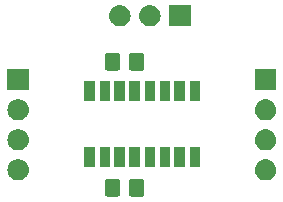
<source format=gbr>
G04 #@! TF.GenerationSoftware,KiCad,Pcbnew,(5.0.2)-1*
G04 #@! TF.CreationDate,2019-08-11T23:38:39-04:00*
G04 #@! TF.ProjectId,LT1356,4c543133-3536-42e6-9b69-6361645f7063,rev?*
G04 #@! TF.SameCoordinates,Original*
G04 #@! TF.FileFunction,Soldermask,Top*
G04 #@! TF.FilePolarity,Negative*
%FSLAX46Y46*%
G04 Gerber Fmt 4.6, Leading zero omitted, Abs format (unit mm)*
G04 Created by KiCad (PCBNEW (5.0.2)-1) date 8/11/2019 11:38:39 PM*
%MOMM*%
%LPD*%
G01*
G04 APERTURE LIST*
%ADD10C,0.100000*%
G04 APERTURE END LIST*
D10*
G36*
X122900677Y-89931465D02*
X122938364Y-89942898D01*
X122973103Y-89961466D01*
X123003548Y-89986452D01*
X123028534Y-90016897D01*
X123047102Y-90051636D01*
X123058535Y-90089323D01*
X123063000Y-90134661D01*
X123063000Y-91221339D01*
X123058535Y-91266677D01*
X123047102Y-91304364D01*
X123028534Y-91339103D01*
X123003548Y-91369548D01*
X122973103Y-91394534D01*
X122938364Y-91413102D01*
X122900677Y-91424535D01*
X122855339Y-91429000D01*
X122018661Y-91429000D01*
X121973323Y-91424535D01*
X121935636Y-91413102D01*
X121900897Y-91394534D01*
X121870452Y-91369548D01*
X121845466Y-91339103D01*
X121826898Y-91304364D01*
X121815465Y-91266677D01*
X121811000Y-91221339D01*
X121811000Y-90134661D01*
X121815465Y-90089323D01*
X121826898Y-90051636D01*
X121845466Y-90016897D01*
X121870452Y-89986452D01*
X121900897Y-89961466D01*
X121935636Y-89942898D01*
X121973323Y-89931465D01*
X122018661Y-89927000D01*
X122855339Y-89927000D01*
X122900677Y-89931465D01*
X122900677Y-89931465D01*
G37*
G36*
X120850677Y-89931465D02*
X120888364Y-89942898D01*
X120923103Y-89961466D01*
X120953548Y-89986452D01*
X120978534Y-90016897D01*
X120997102Y-90051636D01*
X121008535Y-90089323D01*
X121013000Y-90134661D01*
X121013000Y-91221339D01*
X121008535Y-91266677D01*
X120997102Y-91304364D01*
X120978534Y-91339103D01*
X120953548Y-91369548D01*
X120923103Y-91394534D01*
X120888364Y-91413102D01*
X120850677Y-91424535D01*
X120805339Y-91429000D01*
X119968661Y-91429000D01*
X119923323Y-91424535D01*
X119885636Y-91413102D01*
X119850897Y-91394534D01*
X119820452Y-91369548D01*
X119795466Y-91339103D01*
X119776898Y-91304364D01*
X119765465Y-91266677D01*
X119761000Y-91221339D01*
X119761000Y-90134661D01*
X119765465Y-90089323D01*
X119776898Y-90051636D01*
X119795466Y-90016897D01*
X119820452Y-89986452D01*
X119850897Y-89961466D01*
X119885636Y-89942898D01*
X119923323Y-89931465D01*
X119968661Y-89927000D01*
X120805339Y-89927000D01*
X120850677Y-89931465D01*
X120850677Y-89931465D01*
G37*
G36*
X133460443Y-88259519D02*
X133526627Y-88266037D01*
X133639853Y-88300384D01*
X133696467Y-88317557D01*
X133835087Y-88391652D01*
X133852991Y-88401222D01*
X133888729Y-88430552D01*
X133990186Y-88513814D01*
X134073448Y-88615271D01*
X134102778Y-88651009D01*
X134102779Y-88651011D01*
X134186443Y-88807533D01*
X134186443Y-88807534D01*
X134237963Y-88977373D01*
X134255359Y-89154000D01*
X134237963Y-89330627D01*
X134203616Y-89443853D01*
X134186443Y-89500467D01*
X134112348Y-89639087D01*
X134102778Y-89656991D01*
X134073448Y-89692729D01*
X133990186Y-89794186D01*
X133888729Y-89877448D01*
X133852991Y-89906778D01*
X133852989Y-89906779D01*
X133696467Y-89990443D01*
X133642814Y-90006718D01*
X133526627Y-90041963D01*
X133465717Y-90047962D01*
X133394260Y-90055000D01*
X133305740Y-90055000D01*
X133234283Y-90047962D01*
X133173373Y-90041963D01*
X133057186Y-90006718D01*
X133003533Y-89990443D01*
X132847011Y-89906779D01*
X132847009Y-89906778D01*
X132811271Y-89877448D01*
X132709814Y-89794186D01*
X132626552Y-89692729D01*
X132597222Y-89656991D01*
X132587652Y-89639087D01*
X132513557Y-89500467D01*
X132496384Y-89443853D01*
X132462037Y-89330627D01*
X132444641Y-89154000D01*
X132462037Y-88977373D01*
X132513557Y-88807534D01*
X132513557Y-88807533D01*
X132597221Y-88651011D01*
X132597222Y-88651009D01*
X132626552Y-88615271D01*
X132709814Y-88513814D01*
X132811271Y-88430552D01*
X132847009Y-88401222D01*
X132864913Y-88391652D01*
X133003533Y-88317557D01*
X133060147Y-88300384D01*
X133173373Y-88266037D01*
X133239557Y-88259519D01*
X133305740Y-88253000D01*
X133394260Y-88253000D01*
X133460443Y-88259519D01*
X133460443Y-88259519D01*
G37*
G36*
X112505443Y-88259519D02*
X112571627Y-88266037D01*
X112684853Y-88300384D01*
X112741467Y-88317557D01*
X112880087Y-88391652D01*
X112897991Y-88401222D01*
X112933729Y-88430552D01*
X113035186Y-88513814D01*
X113118448Y-88615271D01*
X113147778Y-88651009D01*
X113147779Y-88651011D01*
X113231443Y-88807533D01*
X113231443Y-88807534D01*
X113282963Y-88977373D01*
X113300359Y-89154000D01*
X113282963Y-89330627D01*
X113248616Y-89443853D01*
X113231443Y-89500467D01*
X113157348Y-89639087D01*
X113147778Y-89656991D01*
X113118448Y-89692729D01*
X113035186Y-89794186D01*
X112933729Y-89877448D01*
X112897991Y-89906778D01*
X112897989Y-89906779D01*
X112741467Y-89990443D01*
X112687814Y-90006718D01*
X112571627Y-90041963D01*
X112510717Y-90047962D01*
X112439260Y-90055000D01*
X112350740Y-90055000D01*
X112279283Y-90047962D01*
X112218373Y-90041963D01*
X112102186Y-90006718D01*
X112048533Y-89990443D01*
X111892011Y-89906779D01*
X111892009Y-89906778D01*
X111856271Y-89877448D01*
X111754814Y-89794186D01*
X111671552Y-89692729D01*
X111642222Y-89656991D01*
X111632652Y-89639087D01*
X111558557Y-89500467D01*
X111541384Y-89443853D01*
X111507037Y-89330627D01*
X111489641Y-89154000D01*
X111507037Y-88977373D01*
X111558557Y-88807534D01*
X111558557Y-88807533D01*
X111642221Y-88651011D01*
X111642222Y-88651009D01*
X111671552Y-88615271D01*
X111754814Y-88513814D01*
X111856271Y-88430552D01*
X111892009Y-88401222D01*
X111909913Y-88391652D01*
X112048533Y-88317557D01*
X112105147Y-88300384D01*
X112218373Y-88266037D01*
X112284557Y-88259519D01*
X112350740Y-88253000D01*
X112439260Y-88253000D01*
X112505443Y-88259519D01*
X112505443Y-88259519D01*
G37*
G36*
X127820569Y-88956565D02*
X126918569Y-88956565D01*
X126918569Y-87254565D01*
X127820569Y-87254565D01*
X127820569Y-88956565D01*
X127820569Y-88956565D01*
G37*
G36*
X120200569Y-88956565D02*
X119298569Y-88956565D01*
X119298569Y-87254565D01*
X120200569Y-87254565D01*
X120200569Y-88956565D01*
X120200569Y-88956565D01*
G37*
G36*
X118920569Y-88956565D02*
X118018569Y-88956565D01*
X118018569Y-87254565D01*
X118920569Y-87254565D01*
X118920569Y-88956565D01*
X118920569Y-88956565D01*
G37*
G36*
X121460569Y-88956565D02*
X120558569Y-88956565D01*
X120558569Y-87254565D01*
X121460569Y-87254565D01*
X121460569Y-88956565D01*
X121460569Y-88956565D01*
G37*
G36*
X122730569Y-88956565D02*
X121828569Y-88956565D01*
X121828569Y-87254565D01*
X122730569Y-87254565D01*
X122730569Y-88956565D01*
X122730569Y-88956565D01*
G37*
G36*
X124010569Y-88956565D02*
X123108569Y-88956565D01*
X123108569Y-87254565D01*
X124010569Y-87254565D01*
X124010569Y-88956565D01*
X124010569Y-88956565D01*
G37*
G36*
X125280569Y-88956565D02*
X124378569Y-88956565D01*
X124378569Y-87254565D01*
X125280569Y-87254565D01*
X125280569Y-88956565D01*
X125280569Y-88956565D01*
G37*
G36*
X126540569Y-88956565D02*
X125638569Y-88956565D01*
X125638569Y-87254565D01*
X126540569Y-87254565D01*
X126540569Y-88956565D01*
X126540569Y-88956565D01*
G37*
G36*
X112505443Y-85719519D02*
X112571627Y-85726037D01*
X112684853Y-85760384D01*
X112741467Y-85777557D01*
X112880087Y-85851652D01*
X112897991Y-85861222D01*
X112933729Y-85890552D01*
X113035186Y-85973814D01*
X113118448Y-86075271D01*
X113147778Y-86111009D01*
X113147779Y-86111011D01*
X113231443Y-86267533D01*
X113231443Y-86267534D01*
X113282963Y-86437373D01*
X113300359Y-86614000D01*
X113282963Y-86790627D01*
X113248616Y-86903853D01*
X113231443Y-86960467D01*
X113157348Y-87099087D01*
X113147778Y-87116991D01*
X113118448Y-87152729D01*
X113035186Y-87254186D01*
X112933729Y-87337448D01*
X112897991Y-87366778D01*
X112897989Y-87366779D01*
X112741467Y-87450443D01*
X112684853Y-87467616D01*
X112571627Y-87501963D01*
X112505443Y-87508481D01*
X112439260Y-87515000D01*
X112350740Y-87515000D01*
X112284557Y-87508481D01*
X112218373Y-87501963D01*
X112105147Y-87467616D01*
X112048533Y-87450443D01*
X111892011Y-87366779D01*
X111892009Y-87366778D01*
X111856271Y-87337448D01*
X111754814Y-87254186D01*
X111671552Y-87152729D01*
X111642222Y-87116991D01*
X111632652Y-87099087D01*
X111558557Y-86960467D01*
X111541384Y-86903853D01*
X111507037Y-86790627D01*
X111489641Y-86614000D01*
X111507037Y-86437373D01*
X111558557Y-86267534D01*
X111558557Y-86267533D01*
X111642221Y-86111011D01*
X111642222Y-86111009D01*
X111671552Y-86075271D01*
X111754814Y-85973814D01*
X111856271Y-85890552D01*
X111892009Y-85861222D01*
X111909913Y-85851652D01*
X112048533Y-85777557D01*
X112105147Y-85760384D01*
X112218373Y-85726037D01*
X112284557Y-85719519D01*
X112350740Y-85713000D01*
X112439260Y-85713000D01*
X112505443Y-85719519D01*
X112505443Y-85719519D01*
G37*
G36*
X133460443Y-85719519D02*
X133526627Y-85726037D01*
X133639853Y-85760384D01*
X133696467Y-85777557D01*
X133835087Y-85851652D01*
X133852991Y-85861222D01*
X133888729Y-85890552D01*
X133990186Y-85973814D01*
X134073448Y-86075271D01*
X134102778Y-86111009D01*
X134102779Y-86111011D01*
X134186443Y-86267533D01*
X134186443Y-86267534D01*
X134237963Y-86437373D01*
X134255359Y-86614000D01*
X134237963Y-86790627D01*
X134203616Y-86903853D01*
X134186443Y-86960467D01*
X134112348Y-87099087D01*
X134102778Y-87116991D01*
X134073448Y-87152729D01*
X133990186Y-87254186D01*
X133888729Y-87337448D01*
X133852991Y-87366778D01*
X133852989Y-87366779D01*
X133696467Y-87450443D01*
X133639853Y-87467616D01*
X133526627Y-87501963D01*
X133460443Y-87508481D01*
X133394260Y-87515000D01*
X133305740Y-87515000D01*
X133239557Y-87508481D01*
X133173373Y-87501963D01*
X133060147Y-87467616D01*
X133003533Y-87450443D01*
X132847011Y-87366779D01*
X132847009Y-87366778D01*
X132811271Y-87337448D01*
X132709814Y-87254186D01*
X132626552Y-87152729D01*
X132597222Y-87116991D01*
X132587652Y-87099087D01*
X132513557Y-86960467D01*
X132496384Y-86903853D01*
X132462037Y-86790627D01*
X132444641Y-86614000D01*
X132462037Y-86437373D01*
X132513557Y-86267534D01*
X132513557Y-86267533D01*
X132597221Y-86111011D01*
X132597222Y-86111009D01*
X132626552Y-86075271D01*
X132709814Y-85973814D01*
X132811271Y-85890552D01*
X132847009Y-85861222D01*
X132864913Y-85851652D01*
X133003533Y-85777557D01*
X133060147Y-85760384D01*
X133173373Y-85726037D01*
X133239557Y-85719519D01*
X133305740Y-85713000D01*
X133394260Y-85713000D01*
X133460443Y-85719519D01*
X133460443Y-85719519D01*
G37*
G36*
X112505442Y-83179518D02*
X112571627Y-83186037D01*
X112684853Y-83220384D01*
X112741467Y-83237557D01*
X112880087Y-83311652D01*
X112897991Y-83321222D01*
X112933729Y-83350552D01*
X113035186Y-83433814D01*
X113118448Y-83535271D01*
X113147778Y-83571009D01*
X113147779Y-83571011D01*
X113231443Y-83727533D01*
X113231443Y-83727534D01*
X113282963Y-83897373D01*
X113300359Y-84074000D01*
X113282963Y-84250627D01*
X113248616Y-84363853D01*
X113231443Y-84420467D01*
X113157348Y-84559087D01*
X113147778Y-84576991D01*
X113118448Y-84612729D01*
X113035186Y-84714186D01*
X112933729Y-84797448D01*
X112897991Y-84826778D01*
X112897989Y-84826779D01*
X112741467Y-84910443D01*
X112684853Y-84927616D01*
X112571627Y-84961963D01*
X112505442Y-84968482D01*
X112439260Y-84975000D01*
X112350740Y-84975000D01*
X112284558Y-84968482D01*
X112218373Y-84961963D01*
X112105147Y-84927616D01*
X112048533Y-84910443D01*
X111892011Y-84826779D01*
X111892009Y-84826778D01*
X111856271Y-84797448D01*
X111754814Y-84714186D01*
X111671552Y-84612729D01*
X111642222Y-84576991D01*
X111632652Y-84559087D01*
X111558557Y-84420467D01*
X111541384Y-84363853D01*
X111507037Y-84250627D01*
X111489641Y-84074000D01*
X111507037Y-83897373D01*
X111558557Y-83727534D01*
X111558557Y-83727533D01*
X111642221Y-83571011D01*
X111642222Y-83571009D01*
X111671552Y-83535271D01*
X111754814Y-83433814D01*
X111856271Y-83350552D01*
X111892009Y-83321222D01*
X111909913Y-83311652D01*
X112048533Y-83237557D01*
X112105147Y-83220384D01*
X112218373Y-83186037D01*
X112284558Y-83179518D01*
X112350740Y-83173000D01*
X112439260Y-83173000D01*
X112505442Y-83179518D01*
X112505442Y-83179518D01*
G37*
G36*
X133460442Y-83179518D02*
X133526627Y-83186037D01*
X133639853Y-83220384D01*
X133696467Y-83237557D01*
X133835087Y-83311652D01*
X133852991Y-83321222D01*
X133888729Y-83350552D01*
X133990186Y-83433814D01*
X134073448Y-83535271D01*
X134102778Y-83571009D01*
X134102779Y-83571011D01*
X134186443Y-83727533D01*
X134186443Y-83727534D01*
X134237963Y-83897373D01*
X134255359Y-84074000D01*
X134237963Y-84250627D01*
X134203616Y-84363853D01*
X134186443Y-84420467D01*
X134112348Y-84559087D01*
X134102778Y-84576991D01*
X134073448Y-84612729D01*
X133990186Y-84714186D01*
X133888729Y-84797448D01*
X133852991Y-84826778D01*
X133852989Y-84826779D01*
X133696467Y-84910443D01*
X133639853Y-84927616D01*
X133526627Y-84961963D01*
X133460442Y-84968482D01*
X133394260Y-84975000D01*
X133305740Y-84975000D01*
X133239558Y-84968482D01*
X133173373Y-84961963D01*
X133060147Y-84927616D01*
X133003533Y-84910443D01*
X132847011Y-84826779D01*
X132847009Y-84826778D01*
X132811271Y-84797448D01*
X132709814Y-84714186D01*
X132626552Y-84612729D01*
X132597222Y-84576991D01*
X132587652Y-84559087D01*
X132513557Y-84420467D01*
X132496384Y-84363853D01*
X132462037Y-84250627D01*
X132444641Y-84074000D01*
X132462037Y-83897373D01*
X132513557Y-83727534D01*
X132513557Y-83727533D01*
X132597221Y-83571011D01*
X132597222Y-83571009D01*
X132626552Y-83535271D01*
X132709814Y-83433814D01*
X132811271Y-83350552D01*
X132847009Y-83321222D01*
X132864913Y-83311652D01*
X133003533Y-83237557D01*
X133060147Y-83220384D01*
X133173373Y-83186037D01*
X133239558Y-83179518D01*
X133305740Y-83173000D01*
X133394260Y-83173000D01*
X133460442Y-83179518D01*
X133460442Y-83179518D01*
G37*
G36*
X125280569Y-83356565D02*
X124378569Y-83356565D01*
X124378569Y-81654565D01*
X125280569Y-81654565D01*
X125280569Y-83356565D01*
X125280569Y-83356565D01*
G37*
G36*
X124010569Y-83356565D02*
X123108569Y-83356565D01*
X123108569Y-81654565D01*
X124010569Y-81654565D01*
X124010569Y-83356565D01*
X124010569Y-83356565D01*
G37*
G36*
X118920569Y-83356565D02*
X118018569Y-83356565D01*
X118018569Y-81654565D01*
X118920569Y-81654565D01*
X118920569Y-83356565D01*
X118920569Y-83356565D01*
G37*
G36*
X120200569Y-83356565D02*
X119298569Y-83356565D01*
X119298569Y-81654565D01*
X120200569Y-81654565D01*
X120200569Y-83356565D01*
X120200569Y-83356565D01*
G37*
G36*
X121460569Y-83356565D02*
X120558569Y-83356565D01*
X120558569Y-81654565D01*
X121460569Y-81654565D01*
X121460569Y-83356565D01*
X121460569Y-83356565D01*
G37*
G36*
X122730569Y-83356565D02*
X121828569Y-83356565D01*
X121828569Y-81654565D01*
X122730569Y-81654565D01*
X122730569Y-83356565D01*
X122730569Y-83356565D01*
G37*
G36*
X126540569Y-83356565D02*
X125638569Y-83356565D01*
X125638569Y-81654565D01*
X126540569Y-81654565D01*
X126540569Y-83356565D01*
X126540569Y-83356565D01*
G37*
G36*
X127820569Y-83356565D02*
X126918569Y-83356565D01*
X126918569Y-81654565D01*
X127820569Y-81654565D01*
X127820569Y-83356565D01*
X127820569Y-83356565D01*
G37*
G36*
X113296000Y-82435000D02*
X111494000Y-82435000D01*
X111494000Y-80633000D01*
X113296000Y-80633000D01*
X113296000Y-82435000D01*
X113296000Y-82435000D01*
G37*
G36*
X134251000Y-82435000D02*
X132449000Y-82435000D01*
X132449000Y-80633000D01*
X134251000Y-80633000D01*
X134251000Y-82435000D01*
X134251000Y-82435000D01*
G37*
G36*
X120850677Y-79263465D02*
X120888364Y-79274898D01*
X120923103Y-79293466D01*
X120953548Y-79318452D01*
X120978534Y-79348897D01*
X120997102Y-79383636D01*
X121008535Y-79421323D01*
X121013000Y-79466661D01*
X121013000Y-80553339D01*
X121008535Y-80598677D01*
X120997102Y-80636364D01*
X120978534Y-80671103D01*
X120953548Y-80701548D01*
X120923103Y-80726534D01*
X120888364Y-80745102D01*
X120850677Y-80756535D01*
X120805339Y-80761000D01*
X119968661Y-80761000D01*
X119923323Y-80756535D01*
X119885636Y-80745102D01*
X119850897Y-80726534D01*
X119820452Y-80701548D01*
X119795466Y-80671103D01*
X119776898Y-80636364D01*
X119765465Y-80598677D01*
X119761000Y-80553339D01*
X119761000Y-79466661D01*
X119765465Y-79421323D01*
X119776898Y-79383636D01*
X119795466Y-79348897D01*
X119820452Y-79318452D01*
X119850897Y-79293466D01*
X119885636Y-79274898D01*
X119923323Y-79263465D01*
X119968661Y-79259000D01*
X120805339Y-79259000D01*
X120850677Y-79263465D01*
X120850677Y-79263465D01*
G37*
G36*
X122900677Y-79263465D02*
X122938364Y-79274898D01*
X122973103Y-79293466D01*
X123003548Y-79318452D01*
X123028534Y-79348897D01*
X123047102Y-79383636D01*
X123058535Y-79421323D01*
X123063000Y-79466661D01*
X123063000Y-80553339D01*
X123058535Y-80598677D01*
X123047102Y-80636364D01*
X123028534Y-80671103D01*
X123003548Y-80701548D01*
X122973103Y-80726534D01*
X122938364Y-80745102D01*
X122900677Y-80756535D01*
X122855339Y-80761000D01*
X122018661Y-80761000D01*
X121973323Y-80756535D01*
X121935636Y-80745102D01*
X121900897Y-80726534D01*
X121870452Y-80701548D01*
X121845466Y-80671103D01*
X121826898Y-80636364D01*
X121815465Y-80598677D01*
X121811000Y-80553339D01*
X121811000Y-79466661D01*
X121815465Y-79421323D01*
X121826898Y-79383636D01*
X121845466Y-79348897D01*
X121870452Y-79318452D01*
X121900897Y-79293466D01*
X121935636Y-79274898D01*
X121973323Y-79263465D01*
X122018661Y-79259000D01*
X122855339Y-79259000D01*
X122900677Y-79263465D01*
X122900677Y-79263465D01*
G37*
G36*
X121126203Y-75214079D02*
X121192387Y-75220597D01*
X121305613Y-75254944D01*
X121362227Y-75272117D01*
X121500847Y-75346212D01*
X121518751Y-75355782D01*
X121554489Y-75385112D01*
X121655946Y-75468374D01*
X121739208Y-75569831D01*
X121768538Y-75605569D01*
X121768539Y-75605571D01*
X121852203Y-75762093D01*
X121852203Y-75762094D01*
X121903723Y-75931933D01*
X121921119Y-76108560D01*
X121903723Y-76285187D01*
X121869376Y-76398413D01*
X121852203Y-76455027D01*
X121778108Y-76593647D01*
X121768538Y-76611551D01*
X121739208Y-76647289D01*
X121655946Y-76748746D01*
X121554489Y-76832008D01*
X121518751Y-76861338D01*
X121518749Y-76861339D01*
X121362227Y-76945003D01*
X121305613Y-76962176D01*
X121192387Y-76996523D01*
X121126203Y-77003041D01*
X121060020Y-77009560D01*
X120971500Y-77009560D01*
X120905317Y-77003041D01*
X120839133Y-76996523D01*
X120725907Y-76962176D01*
X120669293Y-76945003D01*
X120512771Y-76861339D01*
X120512769Y-76861338D01*
X120477031Y-76832008D01*
X120375574Y-76748746D01*
X120292312Y-76647289D01*
X120262982Y-76611551D01*
X120253412Y-76593647D01*
X120179317Y-76455027D01*
X120162144Y-76398413D01*
X120127797Y-76285187D01*
X120110401Y-76108560D01*
X120127797Y-75931933D01*
X120179317Y-75762094D01*
X120179317Y-75762093D01*
X120262981Y-75605571D01*
X120262982Y-75605569D01*
X120292312Y-75569831D01*
X120375574Y-75468374D01*
X120477031Y-75385112D01*
X120512769Y-75355782D01*
X120530673Y-75346212D01*
X120669293Y-75272117D01*
X120725907Y-75254944D01*
X120839133Y-75220597D01*
X120905317Y-75214079D01*
X120971500Y-75207560D01*
X121060020Y-75207560D01*
X121126203Y-75214079D01*
X121126203Y-75214079D01*
G37*
G36*
X123666203Y-75214079D02*
X123732387Y-75220597D01*
X123845613Y-75254944D01*
X123902227Y-75272117D01*
X124040847Y-75346212D01*
X124058751Y-75355782D01*
X124094489Y-75385112D01*
X124195946Y-75468374D01*
X124279208Y-75569831D01*
X124308538Y-75605569D01*
X124308539Y-75605571D01*
X124392203Y-75762093D01*
X124392203Y-75762094D01*
X124443723Y-75931933D01*
X124461119Y-76108560D01*
X124443723Y-76285187D01*
X124409376Y-76398413D01*
X124392203Y-76455027D01*
X124318108Y-76593647D01*
X124308538Y-76611551D01*
X124279208Y-76647289D01*
X124195946Y-76748746D01*
X124094489Y-76832008D01*
X124058751Y-76861338D01*
X124058749Y-76861339D01*
X123902227Y-76945003D01*
X123845613Y-76962176D01*
X123732387Y-76996523D01*
X123666203Y-77003041D01*
X123600020Y-77009560D01*
X123511500Y-77009560D01*
X123445317Y-77003041D01*
X123379133Y-76996523D01*
X123265907Y-76962176D01*
X123209293Y-76945003D01*
X123052771Y-76861339D01*
X123052769Y-76861338D01*
X123017031Y-76832008D01*
X122915574Y-76748746D01*
X122832312Y-76647289D01*
X122802982Y-76611551D01*
X122793412Y-76593647D01*
X122719317Y-76455027D01*
X122702144Y-76398413D01*
X122667797Y-76285187D01*
X122650401Y-76108560D01*
X122667797Y-75931933D01*
X122719317Y-75762094D01*
X122719317Y-75762093D01*
X122802981Y-75605571D01*
X122802982Y-75605569D01*
X122832312Y-75569831D01*
X122915574Y-75468374D01*
X123017031Y-75385112D01*
X123052769Y-75355782D01*
X123070673Y-75346212D01*
X123209293Y-75272117D01*
X123265907Y-75254944D01*
X123379133Y-75220597D01*
X123445317Y-75214079D01*
X123511500Y-75207560D01*
X123600020Y-75207560D01*
X123666203Y-75214079D01*
X123666203Y-75214079D01*
G37*
G36*
X126996760Y-77009560D02*
X125194760Y-77009560D01*
X125194760Y-75207560D01*
X126996760Y-75207560D01*
X126996760Y-77009560D01*
X126996760Y-77009560D01*
G37*
M02*

</source>
